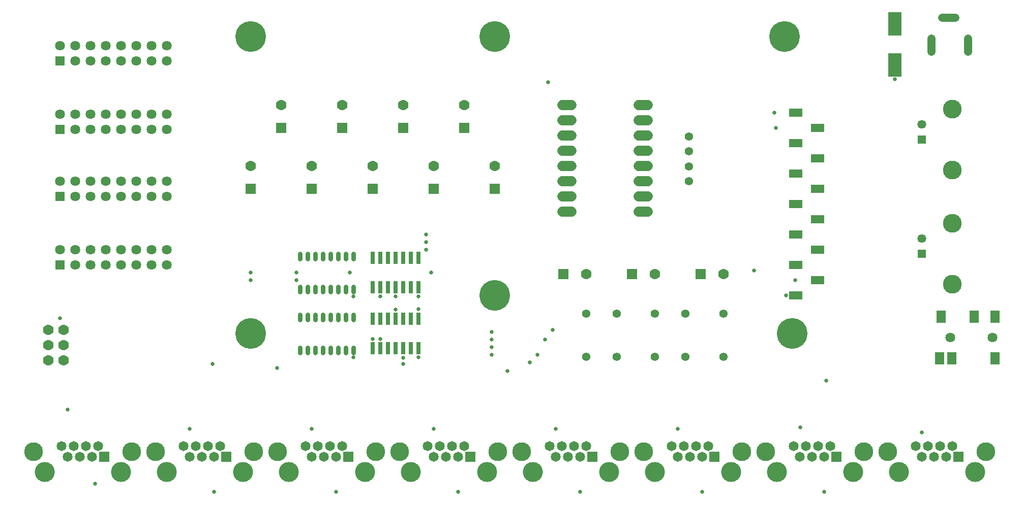
<source format=gbr>
G04 EAGLE Gerber RS-274X export*
G75*
%MOMM*%
%FSLAX34Y34*%
%LPD*%
%INSoldermask Top*%
%IPPOS*%
%AMOC8*
5,1,8,0,0,1.08239X$1,22.5*%
G01*
G04 Define Apertures*
%ADD10C,5.127000*%
%ADD11C,1.702000*%
%ADD12C,1.387000*%
%ADD13R,1.627000X1.627000*%
%ADD14C,1.627000*%
%ADD15R,1.462000X1.462000*%
%ADD16C,1.462000*%
%ADD17C,3.127000*%
%ADD18C,1.777000*%
%ADD19C,0.727000*%
%ADD20R,0.685800X2.108200*%
%ADD21R,1.777000X1.777000*%
%ADD22C,1.651000*%
%ADD23R,1.651000X1.651000*%
%ADD24C,3.327000*%
%ADD25R,1.627000X2.127000*%
%ADD26C,1.327000*%
%ADD27R,2.327000X1.397000*%
%ADD28R,2.242300X3.890600*%
%ADD29C,0.652000*%
D10*
X1219200Y927100D03*
X330200Y927100D03*
X1231900Y431800D03*
X330200Y431800D03*
X736600Y927100D03*
X736600Y495300D03*
D11*
X849375Y812800D02*
X865125Y812800D01*
X865125Y787400D02*
X849375Y787400D01*
X849375Y762000D02*
X865125Y762000D01*
X865125Y736600D02*
X849375Y736600D01*
X849375Y711200D02*
X865125Y711200D01*
X865125Y685800D02*
X849375Y685800D01*
X849375Y660400D02*
X865125Y660400D01*
X865125Y635000D02*
X849375Y635000D01*
X976375Y812800D02*
X992125Y812800D01*
X992125Y787400D02*
X976375Y787400D01*
X976375Y762000D02*
X992125Y762000D01*
X992125Y736600D02*
X976375Y736600D01*
X976375Y711200D02*
X992125Y711200D01*
X992125Y685800D02*
X976375Y685800D01*
X976375Y660400D02*
X992125Y660400D01*
X992125Y635000D02*
X976375Y635000D01*
D12*
X1060450Y685800D03*
X1060450Y710800D03*
X1060450Y735800D03*
X1060450Y760800D03*
D13*
X12700Y660400D03*
D14*
X12700Y685800D03*
X38100Y660400D03*
X38100Y685800D03*
X63500Y660400D03*
X63500Y685800D03*
X88900Y660400D03*
X88900Y685800D03*
X114300Y660400D03*
X114300Y685800D03*
X139700Y660400D03*
X139700Y685800D03*
X165100Y660400D03*
X165100Y685800D03*
X190500Y660400D03*
X190500Y685800D03*
D13*
X12700Y546100D03*
D14*
X12700Y571500D03*
X38100Y546100D03*
X38100Y571500D03*
X63500Y546100D03*
X63500Y571500D03*
X88900Y546100D03*
X88900Y571500D03*
X114300Y546100D03*
X114300Y571500D03*
X139700Y546100D03*
X139700Y571500D03*
X165100Y546100D03*
X165100Y571500D03*
X190500Y546100D03*
X190500Y571500D03*
D13*
X12700Y887082D03*
D14*
X12700Y912482D03*
X38100Y887082D03*
X38100Y912482D03*
X63500Y887082D03*
X63500Y912482D03*
X88900Y887082D03*
X88900Y912482D03*
X114300Y887082D03*
X114300Y912482D03*
X139700Y887082D03*
X139700Y912482D03*
X165100Y887082D03*
X165100Y912482D03*
X190500Y887082D03*
X190500Y912482D03*
D13*
X12700Y772202D03*
D14*
X12700Y797602D03*
X38100Y772202D03*
X38100Y797602D03*
X63500Y772202D03*
X63500Y797602D03*
X88900Y772202D03*
X88900Y797602D03*
X114300Y772202D03*
X114300Y797602D03*
X139700Y772202D03*
X139700Y797602D03*
X165100Y772202D03*
X165100Y797602D03*
X190500Y772202D03*
X190500Y797602D03*
D15*
X1447800Y565150D03*
D16*
X1447800Y590550D03*
D17*
X1498600Y514350D03*
X1498600Y615950D03*
D12*
X889000Y393060D03*
X889000Y465460D03*
X1003300Y393060D03*
X1003300Y465460D03*
X939800Y393060D03*
X939800Y465460D03*
X1054100Y393060D03*
X1054100Y465460D03*
X1117600Y393060D03*
X1117600Y465460D03*
D15*
X1447800Y755650D03*
D16*
X1447800Y781050D03*
D17*
X1498600Y704850D03*
X1498600Y806450D03*
D18*
X-6350Y387350D03*
X19050Y387350D03*
X-6350Y412750D03*
X19050Y412750D03*
X-6350Y438150D03*
X19050Y438150D03*
D19*
X412750Y408800D02*
X412750Y400300D01*
X425450Y400300D02*
X425450Y408800D01*
X438150Y408800D02*
X438150Y400300D01*
X450850Y400300D02*
X450850Y408800D01*
X463550Y408800D02*
X463550Y400300D01*
X476250Y400300D02*
X476250Y408800D01*
X488950Y408800D02*
X488950Y400300D01*
X501650Y400300D02*
X501650Y408800D01*
X501650Y454800D02*
X501650Y463300D01*
X488950Y463300D02*
X488950Y454800D01*
X476250Y454800D02*
X476250Y463300D01*
X463550Y463300D02*
X463550Y454800D01*
X450850Y454800D02*
X450850Y463300D01*
X438150Y463300D02*
X438150Y454800D01*
X425450Y454800D02*
X425450Y463300D01*
X412750Y463300D02*
X412750Y454800D01*
X412750Y501900D02*
X412750Y510400D01*
X425450Y510400D02*
X425450Y501900D01*
X438150Y501900D02*
X438150Y510400D01*
X450850Y510400D02*
X450850Y501900D01*
X463550Y501900D02*
X463550Y510400D01*
X476250Y510400D02*
X476250Y501900D01*
X488950Y501900D02*
X488950Y510400D01*
X501650Y510400D02*
X501650Y501900D01*
X501650Y556400D02*
X501650Y564900D01*
X488950Y564900D02*
X488950Y556400D01*
X476250Y556400D02*
X476250Y564900D01*
X463550Y564900D02*
X463550Y556400D01*
X450850Y556400D02*
X450850Y564900D01*
X438150Y564900D02*
X438150Y556400D01*
X425450Y556400D02*
X425450Y564900D01*
X412750Y564900D02*
X412750Y556400D01*
D20*
X533400Y407162D03*
X546100Y407162D03*
X558800Y407162D03*
X571500Y407162D03*
X584200Y407162D03*
X596900Y407162D03*
X609600Y407162D03*
X609600Y456438D03*
X596900Y456438D03*
X584200Y456438D03*
X571500Y456438D03*
X558800Y456438D03*
X546100Y456438D03*
X533400Y456438D03*
X533400Y508762D03*
X546100Y508762D03*
X558800Y508762D03*
X571500Y508762D03*
X584200Y508762D03*
X596900Y508762D03*
X609600Y508762D03*
X609600Y558038D03*
X596900Y558038D03*
X584200Y558038D03*
X571500Y558038D03*
X558800Y558038D03*
X546100Y558038D03*
X533400Y558038D03*
D21*
X965200Y530860D03*
D18*
X1003300Y530860D03*
D21*
X1079500Y530860D03*
D18*
X1117600Y530860D03*
D21*
X850900Y530860D03*
D18*
X889000Y530860D03*
D22*
X15240Y243840D03*
X35560Y243840D03*
X55880Y243840D03*
X76200Y243840D03*
X25400Y226060D03*
X45720Y226060D03*
X66040Y226060D03*
D23*
X86360Y226060D03*
D24*
X-12700Y200660D03*
X114300Y200660D03*
D17*
X132300Y235250D03*
X-30700Y235250D03*
D22*
X218440Y243840D03*
X238760Y243840D03*
X259080Y243840D03*
X279400Y243840D03*
X228600Y226060D03*
X248920Y226060D03*
X269240Y226060D03*
D23*
X289560Y226060D03*
D24*
X190500Y200660D03*
X317500Y200660D03*
D17*
X335500Y235250D03*
X172500Y235250D03*
D22*
X421640Y243840D03*
X441960Y243840D03*
X462280Y243840D03*
X482600Y243840D03*
X431800Y226060D03*
X452120Y226060D03*
X472440Y226060D03*
D23*
X492760Y226060D03*
D24*
X393700Y200660D03*
X520700Y200660D03*
D17*
X538700Y235250D03*
X375700Y235250D03*
D22*
X624840Y243840D03*
X645160Y243840D03*
X665480Y243840D03*
X685800Y243840D03*
X635000Y226060D03*
X655320Y226060D03*
X675640Y226060D03*
D23*
X695960Y226060D03*
D24*
X596900Y200660D03*
X723900Y200660D03*
D17*
X741900Y235250D03*
X578900Y235250D03*
D22*
X828040Y243840D03*
X848360Y243840D03*
X868680Y243840D03*
X889000Y243840D03*
X838200Y226060D03*
X858520Y226060D03*
X878840Y226060D03*
D23*
X899160Y226060D03*
D24*
X800100Y200660D03*
X927100Y200660D03*
D17*
X945100Y235250D03*
X782100Y235250D03*
D22*
X1031240Y243840D03*
X1051560Y243840D03*
X1071880Y243840D03*
X1092200Y243840D03*
X1041400Y226060D03*
X1061720Y226060D03*
X1082040Y226060D03*
D23*
X1102360Y226060D03*
D24*
X1003300Y200660D03*
X1130300Y200660D03*
D17*
X1148300Y235250D03*
X985300Y235250D03*
D22*
X1234440Y243840D03*
X1254760Y243840D03*
X1275080Y243840D03*
X1295400Y243840D03*
X1244600Y226060D03*
X1264920Y226060D03*
X1285240Y226060D03*
D23*
X1305560Y226060D03*
D24*
X1206500Y200660D03*
X1333500Y200660D03*
D17*
X1351500Y235250D03*
X1188500Y235250D03*
D22*
X1437640Y243840D03*
X1457960Y243840D03*
X1478280Y243840D03*
X1498600Y243840D03*
X1447800Y226060D03*
X1468120Y226060D03*
X1488440Y226060D03*
D23*
X1508760Y226060D03*
D24*
X1409700Y200660D03*
X1536700Y200660D03*
D17*
X1554700Y235250D03*
X1391700Y235250D03*
D25*
X1569640Y390350D03*
X1569640Y460350D03*
X1535640Y460350D03*
X1480640Y460350D03*
X1497640Y390350D03*
X1477640Y390350D03*
D14*
X1565740Y425450D03*
X1495740Y425450D03*
D26*
X1525200Y901850D02*
X1525200Y923850D01*
X1503700Y958850D02*
X1481700Y958850D01*
X1464200Y923850D02*
X1464200Y901850D01*
D21*
X330200Y673100D03*
D18*
X330200Y711200D03*
D21*
X431800Y673100D03*
D18*
X431800Y711200D03*
D21*
X533400Y673100D03*
D18*
X533400Y711200D03*
D21*
X635000Y673100D03*
D18*
X635000Y711200D03*
D21*
X736600Y673100D03*
D18*
X736600Y711200D03*
D21*
X381000Y774700D03*
D18*
X381000Y812800D03*
D21*
X482600Y774700D03*
D18*
X482600Y812800D03*
D21*
X584200Y774700D03*
D18*
X584200Y812800D03*
D21*
X685800Y774700D03*
D18*
X685800Y812800D03*
D27*
X1238250Y495300D03*
X1274250Y520700D03*
X1238250Y546100D03*
X1274250Y571500D03*
X1238250Y596900D03*
X1274250Y622300D03*
X1238250Y647700D03*
X1274250Y673100D03*
X1238250Y698500D03*
X1274250Y723900D03*
X1238250Y749300D03*
X1274250Y774700D03*
X1238250Y800100D03*
D28*
X1403350Y948659D03*
X1403350Y880141D03*
D29*
X609600Y493550D03*
X609600Y391950D03*
X501650Y493594D03*
X501650Y391994D03*
X1403350Y856017D03*
X1221944Y495300D03*
X622300Y596900D03*
X12700Y457200D03*
X825500Y850900D03*
X266700Y381000D03*
X25400Y304800D03*
X533400Y422910D03*
X1202690Y800100D03*
X374650Y374650D03*
X228600Y273050D03*
X546100Y422910D03*
X1205230Y774700D03*
X584200Y381000D03*
X431800Y273050D03*
X584200Y391160D03*
X635000Y273050D03*
X758036Y369724D03*
X795020Y383540D03*
X731520Y396240D03*
X838200Y273050D03*
X807720Y396240D03*
X731520Y408940D03*
X1041400Y273050D03*
X820420Y421640D03*
X731520Y421640D03*
X1245870Y275590D03*
X731520Y434340D03*
X1447800Y266700D03*
X833120Y438150D03*
X1168400Y537210D03*
X1236980Y520700D03*
X1289050Y353201D03*
X71120Y181610D03*
X269240Y167640D03*
X472440Y167612D03*
X675640Y167612D03*
X878840Y167612D03*
X1082040Y167612D03*
X1285240Y167612D03*
X330200Y520700D03*
X406400Y520700D03*
X330200Y533400D03*
X406400Y533400D03*
X631190Y533400D03*
X495300Y533400D03*
X622300Y571500D03*
X622300Y584200D03*
X546100Y493550D03*
X571500Y471734D03*
X609600Y472440D03*
X571500Y493522D03*
M02*

</source>
